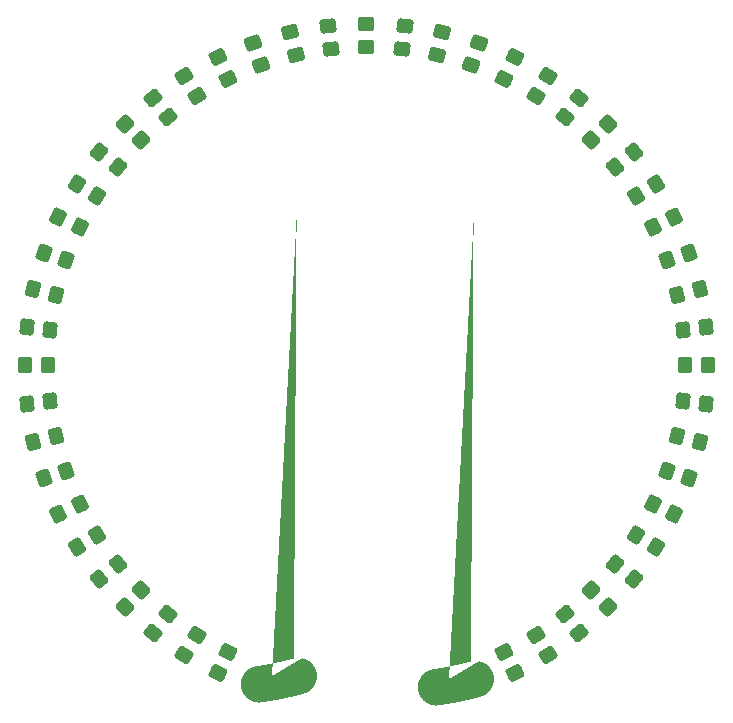
<source format=gtp>
%TF.GenerationSoftware,KiCad,Pcbnew,7.0.8*%
%TF.CreationDate,2024-02-03T20:16:28-05:00*%
%TF.ProjectId,Dew Ring,44657720-5269-46e6-972e-6b696361645f,rev?*%
%TF.SameCoordinates,Original*%
%TF.FileFunction,Paste,Top*%
%TF.FilePolarity,Positive*%
%FSLAX46Y46*%
G04 Gerber Fmt 4.6, Leading zero omitted, Abs format (unit mm)*
G04 Created by KiCad (PCBNEW 7.0.8) date 2024-02-03 20:16:28*
%MOMM*%
%LPD*%
G01*
G04 APERTURE LIST*
G04 Aperture macros list*
%AMRoundRect*
0 Rectangle with rounded corners*
0 $1 Rounding radius*
0 $2 $3 $4 $5 $6 $7 $8 $9 X,Y pos of 4 corners*
0 Add a 4 corners polygon primitive as box body*
4,1,4,$2,$3,$4,$5,$6,$7,$8,$9,$2,$3,0*
0 Add four circle primitives for the rounded corners*
1,1,$1+$1,$2,$3*
1,1,$1+$1,$4,$5*
1,1,$1+$1,$6,$7*
1,1,$1+$1,$8,$9*
0 Add four rect primitives between the rounded corners*
20,1,$1+$1,$2,$3,$4,$5,0*
20,1,$1+$1,$4,$5,$6,$7,0*
20,1,$1+$1,$6,$7,$8,$9,0*
20,1,$1+$1,$8,$9,$2,$3,0*%
%AMFreePoly0*
4,1,52,2.543260,1.508031,2.767066,1.448206,2.979455,1.355693,3.175684,1.232558,3.351368,1.081552,3.502584,0.906049,3.625954,0.709967,3.718721,0.497689,3.778814,0.273956,3.804890,0.043764,3.796367,-0.187742,3.753434,-0.415392,3.677051,-0.634101,3.568925,-0.838983,3.431470,-1.025461,3.267758,-1.189370,3.081445,-1.327048,2.876692,-1.435419,2.658074,-1.512063,1.783786,-1.732631,
0.903170,-1.926397,0.017048,-2.093179,-0.873755,-2.232823,-1.104922,-2.247969,-1.335766,-2.228492,-1.561127,-2.174827,-1.775974,-2.088173,-1.975505,-1.970465,-2.155264,-1.824334,-2.311237,-1.653043,-2.439937,-1.460418,-2.538491,-1.250764,-2.604696,-1.028761,-2.637075,-0.799373,-2.634903,-0.567720,-2.598229,-0.338978,-2.527872,-0.118256,-2.425406,0.089514,-2.293116,0.279691,-2.133960,0.448028,
-1.951492,0.590764,-1.749789,0.704708,-1.533356,0.787319,-1.307027,0.836750,-0.907442,0.893159,-0.112087,1.030317,0.678709,1.191699,1.464207,1.377155,1.853943,1.481826,2.081542,1.525031,2.313038,1.533832,2.543260,1.508031,2.543260,1.508031,$1*%
G04 Aperture macros list end*
%ADD10RoundRect,0.250000X-0.516600X0.241090X-0.360835X-0.441359X0.516600X-0.241090X0.360835X0.441359X0*%
%ADD11RoundRect,0.250000X0.070711X-0.565685X0.565685X-0.070711X-0.070711X0.565685X-0.565685X0.070711X0*%
%ADD12RoundRect,0.250000X-0.241090X-0.516600X0.441359X-0.360835X0.241090X0.516600X-0.441359X0.360835X0*%
%ADD13RoundRect,0.250000X-0.441359X-0.360835X0.241090X-0.516600X0.441359X0.360835X-0.241090X0.516600X0*%
%ADD14RoundRect,0.250000X-0.450000X0.350000X-0.450000X-0.350000X0.450000X-0.350000X0.450000X0.350000X0*%
%ADD15RoundRect,0.250000X0.567237X-0.056939X0.194815X0.535768X-0.567237X0.056939X-0.194815X-0.535768X0*%
%ADD16RoundRect,0.250000X-0.056939X-0.567237X0.535768X-0.194815X0.056939X0.567237X-0.535768X0.194815X0*%
%ADD17RoundRect,0.250000X-0.554211X-0.133603X-0.006929X-0.570046X0.554211X0.133603X0.006929X0.570046X0*%
%ADD18RoundRect,0.250000X0.441359X0.360835X-0.241090X0.516600X-0.441359X-0.360835X0.241090X-0.516600X0*%
%ADD19RoundRect,0.250000X-0.398183X-0.407983X0.297415X-0.486358X0.398183X0.407983X-0.297415X0.486358X0*%
%ADD20RoundRect,0.250000X-0.535768X-0.194815X0.056939X-0.567237X0.535768X0.194815X-0.056939X0.567237X0*%
%ADD21RoundRect,0.250000X-0.297415X-0.486358X0.398183X-0.407983X0.297415X0.486358X-0.398183X0.407983X0*%
%ADD22FreePoly0,333.000000*%
%ADD23RoundRect,0.250000X0.241090X0.516600X-0.441359X0.360835X-0.241090X-0.516600X0.441359X-0.360835X0*%
%ADD24RoundRect,0.250000X-0.120091X-0.557295X0.510587X-0.253577X0.120091X0.557295X-0.510587X0.253577X0*%
%ADD25RoundRect,0.250000X0.350000X0.450000X-0.350000X0.450000X-0.350000X-0.450000X0.350000X-0.450000X0*%
%ADD26RoundRect,0.250000X0.297415X0.486358X-0.398183X0.407983X-0.297415X-0.486358X0.398183X-0.407983X0*%
%ADD27RoundRect,0.250000X-0.570046X-0.006929X-0.133603X-0.554211X0.570046X0.006929X0.133603X0.554211X0*%
%ADD28RoundRect,0.250000X0.510587X0.253577X-0.120091X0.557295X-0.510587X-0.253577X0.120091X-0.557295X0*%
%ADD29RoundRect,0.250000X0.398183X0.407983X-0.297415X0.486358X-0.398183X-0.407983X0.297415X-0.486358X0*%
%ADD30RoundRect,0.250000X0.194815X-0.535768X0.567237X0.056939X-0.194815X0.535768X-0.567237X-0.056939X0*%
%ADD31RoundRect,0.250000X0.535768X0.194815X-0.056939X0.567237X-0.535768X-0.194815X0.056939X-0.567237X0*%
%ADD32RoundRect,0.250000X0.557295X-0.120091X0.253577X0.510587X-0.557295X0.120091X-0.253577X-0.510587X0*%
%ADD33RoundRect,0.250000X0.478985X0.309150X-0.181734X0.540345X-0.478985X-0.309150X0.181734X-0.540345X0*%
%ADD34RoundRect,0.250000X-0.567237X0.056939X-0.194815X-0.535768X0.567237X-0.056939X0.194815X0.535768X0*%
%ADD35RoundRect,0.250000X0.570046X0.006929X0.133603X0.554211X-0.570046X-0.006929X-0.133603X-0.554211X0*%
%ADD36RoundRect,0.250000X-0.478985X-0.309150X0.181734X-0.540345X0.478985X0.309150X-0.181734X0.540345X0*%
%ADD37RoundRect,0.250000X-0.194815X0.535768X-0.567237X-0.056939X0.194815X-0.535768X0.567237X0.056939X0*%
%ADD38RoundRect,0.250000X-0.407983X0.398183X-0.486358X-0.297415X0.407983X-0.398183X0.486358X0.297415X0*%
%ADD39RoundRect,0.250000X-0.133603X0.554211X-0.570046X0.006929X0.133603X-0.554211X0.570046X-0.006929X0*%
%ADD40RoundRect,0.250000X0.565685X0.070711X0.070711X0.565685X-0.565685X-0.070711X-0.070711X-0.565685X0*%
%ADD41RoundRect,0.250000X-0.540345X0.181734X-0.309150X-0.478985X0.540345X-0.181734X0.309150X0.478985X0*%
%ADD42RoundRect,0.250000X0.120091X0.557295X-0.510587X0.253577X-0.120091X-0.557295X0.510587X-0.253577X0*%
%ADD43RoundRect,0.250000X0.181734X0.540345X-0.478985X0.309150X-0.181734X-0.540345X0.478985X-0.309150X0*%
%ADD44RoundRect,0.250000X-0.070711X0.565685X-0.565685X0.070711X0.070711X-0.565685X0.565685X-0.070711X0*%
%ADD45RoundRect,0.250000X-0.557295X0.120091X-0.253577X-0.510587X0.557295X-0.120091X0.253577X0.510587X0*%
%ADD46RoundRect,0.250000X0.056939X0.567237X-0.535768X0.194815X-0.056939X-0.567237X0.535768X-0.194815X0*%
%ADD47RoundRect,0.250000X-0.309150X0.478985X-0.540345X-0.181734X0.309150X-0.478985X0.540345X0.181734X0*%
%ADD48RoundRect,0.250000X-0.006929X0.570046X-0.554211X0.133603X0.006929X-0.570046X0.554211X-0.133603X0*%
%ADD49RoundRect,0.250000X0.133603X-0.554211X0.570046X-0.006929X-0.133603X0.554211X-0.570046X0.006929X0*%
%ADD50RoundRect,0.250000X-0.360835X0.441359X-0.516600X-0.241090X0.360835X-0.441359X0.516600X0.241090X0*%
%ADD51RoundRect,0.250000X-0.181734X-0.540345X0.478985X-0.309150X0.181734X0.540345X-0.478985X0.309150X0*%
%ADD52FreePoly0,4.000000*%
%ADD53RoundRect,0.250000X0.253577X-0.510587X0.557295X0.120091X-0.253577X0.510587X-0.557295X-0.120091X0*%
%ADD54RoundRect,0.250000X-0.486358X0.297415X-0.407983X-0.398183X0.486358X-0.297415X0.407983X0.398183X0*%
%ADD55RoundRect,0.250000X0.006929X-0.570046X0.554211X-0.133603X-0.006929X0.570046X-0.554211X0.133603X0*%
%ADD56RoundRect,0.250000X0.554211X0.133603X0.006929X0.570046X-0.554211X-0.133603X-0.006929X-0.570046X0*%
%ADD57RoundRect,0.250000X-0.510587X-0.253577X0.120091X-0.557295X0.510587X0.253577X-0.120091X0.557295X0*%
%ADD58RoundRect,0.250000X-0.350000X-0.450000X0.350000X-0.450000X0.350000X0.450000X-0.350000X0.450000X0*%
%ADD59RoundRect,0.250000X-0.253577X0.510587X-0.557295X-0.120091X0.253577X-0.510587X0.557295X0.120091X0*%
%ADD60RoundRect,0.250000X-0.565685X-0.070711X-0.070711X-0.565685X0.565685X0.070711X0.070711X0.565685X0*%
G04 APERTURE END LIST*
D10*
%TO.C,R94*%
X94144244Y-68305586D03*
X94589286Y-70255442D03*
%TD*%
D11*
%TO.C,R57*%
X80120330Y-116983670D03*
X81534544Y-115569456D03*
%TD*%
D12*
%TO.C,R52*%
X72369586Y-102959756D03*
X74319442Y-102514714D03*
%TD*%
D13*
%TO.C,R104*%
X72369586Y-90080244D03*
X74319442Y-90525286D03*
%TD*%
D14*
%TO.C,R92*%
X100584000Y-67580000D03*
X100584000Y-69580000D03*
%TD*%
D15*
%TO.C,R69*%
X115981008Y-121024198D03*
X114916944Y-119330750D03*
%TD*%
D16*
%TO.C,R55*%
X76079802Y-111917008D03*
X77773250Y-110852944D03*
%TD*%
D17*
%TO.C,R100*%
X77957797Y-78476205D03*
X79521459Y-79723185D03*
%TD*%
D18*
%TO.C,R76*%
X128798414Y-102959756D03*
X126848558Y-102514714D03*
%TD*%
D19*
%TO.C,R105*%
X71825969Y-93279749D03*
X73813393Y-93503677D03*
%TD*%
D20*
%TO.C,R101*%
X76079802Y-81122992D03*
X77773250Y-82187056D03*
%TD*%
D21*
%TO.C,R51*%
X71825969Y-99760251D03*
X73813393Y-99536323D03*
%TD*%
D22*
%TO.C,*%
X92592597Y-122807411D03*
%TD*%
D23*
%TO.C,R80*%
X128798414Y-90080244D03*
X126848558Y-90525286D03*
%TD*%
D24*
%TO.C,R54*%
X74509961Y-109076596D03*
X76311899Y-108208828D03*
%TD*%
D25*
%TO.C,R78*%
X129524000Y-96520000D03*
X127524000Y-96520000D03*
%TD*%
D26*
%TO.C,R79*%
X129342031Y-93279749D03*
X127354607Y-93503677D03*
%TD*%
D27*
%TO.C,R98*%
X82540205Y-73893797D03*
X83787185Y-75457459D03*
%TD*%
D28*
%TO.C,R74*%
X126658039Y-109076596D03*
X124856101Y-108208828D03*
%TD*%
D29*
%TO.C,R77*%
X129342031Y-99760251D03*
X127354607Y-99536323D03*
%TD*%
D30*
%TO.C,R59*%
X85186992Y-121024198D03*
X86251056Y-119330750D03*
%TD*%
D31*
%TO.C,R73*%
X125088198Y-111917008D03*
X123394750Y-110852944D03*
%TD*%
D32*
%TO.C,R68*%
X113140596Y-122594039D03*
X112272828Y-120792101D03*
%TD*%
D33*
%TO.C,R75*%
X127899983Y-106078276D03*
X126012217Y-105417718D03*
%TD*%
D34*
%TO.C,R97*%
X85186992Y-72015802D03*
X86251056Y-73709250D03*
%TD*%
D35*
%TO.C,R70*%
X118627795Y-119146203D03*
X117380815Y-117582541D03*
%TD*%
D36*
%TO.C,R103*%
X73268017Y-86961724D03*
X75155783Y-87622282D03*
%TD*%
D37*
%TO.C,R87*%
X115981008Y-72015802D03*
X114916944Y-73709250D03*
%TD*%
D38*
%TO.C,R91*%
X103824251Y-67761969D03*
X103600323Y-69749393D03*
%TD*%
D39*
%TO.C,R86*%
X118627795Y-73893797D03*
X117380815Y-75457459D03*
%TD*%
D40*
%TO.C,R71*%
X121047670Y-116983670D03*
X119633456Y-115569456D03*
%TD*%
D41*
%TO.C,R95*%
X91025724Y-69204017D03*
X91686282Y-71091783D03*
%TD*%
D42*
%TO.C,R82*%
X126658039Y-83963404D03*
X124856101Y-84831172D03*
%TD*%
D43*
%TO.C,R81*%
X127899983Y-86961724D03*
X126012217Y-87622282D03*
%TD*%
D44*
%TO.C,R85*%
X121047670Y-76056330D03*
X119633456Y-77470544D03*
%TD*%
D45*
%TO.C,R96*%
X88027404Y-70445961D03*
X88895172Y-72247899D03*
%TD*%
D46*
%TO.C,R83*%
X125088198Y-81122992D03*
X123394750Y-82187056D03*
%TD*%
D47*
%TO.C,R89*%
X110142276Y-69204017D03*
X109481718Y-71091783D03*
%TD*%
D48*
%TO.C,R84*%
X123210203Y-78476205D03*
X121646541Y-79723185D03*
%TD*%
D49*
%TO.C,R58*%
X82540205Y-119146203D03*
X83787185Y-117582541D03*
%TD*%
D50*
%TO.C,R90*%
X107023756Y-68305586D03*
X106578714Y-70255442D03*
%TD*%
D51*
%TO.C,R53*%
X73268017Y-106078276D03*
X75155783Y-105417718D03*
%TD*%
D52*
%TO.C,REF\u002A\u002A*%
X107553168Y-123085059D03*
%TD*%
D53*
%TO.C,R60*%
X88027404Y-122594039D03*
X88895172Y-120792101D03*
%TD*%
D54*
%TO.C,R93*%
X97343749Y-67761969D03*
X97567677Y-69749393D03*
%TD*%
D55*
%TO.C,R56*%
X77957797Y-114563795D03*
X79521459Y-113316815D03*
%TD*%
D56*
%TO.C,R72*%
X123210203Y-114563795D03*
X121646541Y-113316815D03*
%TD*%
D57*
%TO.C,R102*%
X74509961Y-83963404D03*
X76311899Y-84831172D03*
%TD*%
D58*
%TO.C,R1*%
X71644000Y-96520000D03*
X73644000Y-96520000D03*
%TD*%
D59*
%TO.C,R88*%
X113140596Y-70445961D03*
X112272828Y-72247899D03*
%TD*%
D60*
%TO.C,R99*%
X80120330Y-76056330D03*
X81534544Y-77470544D03*
%TD*%
M02*

</source>
